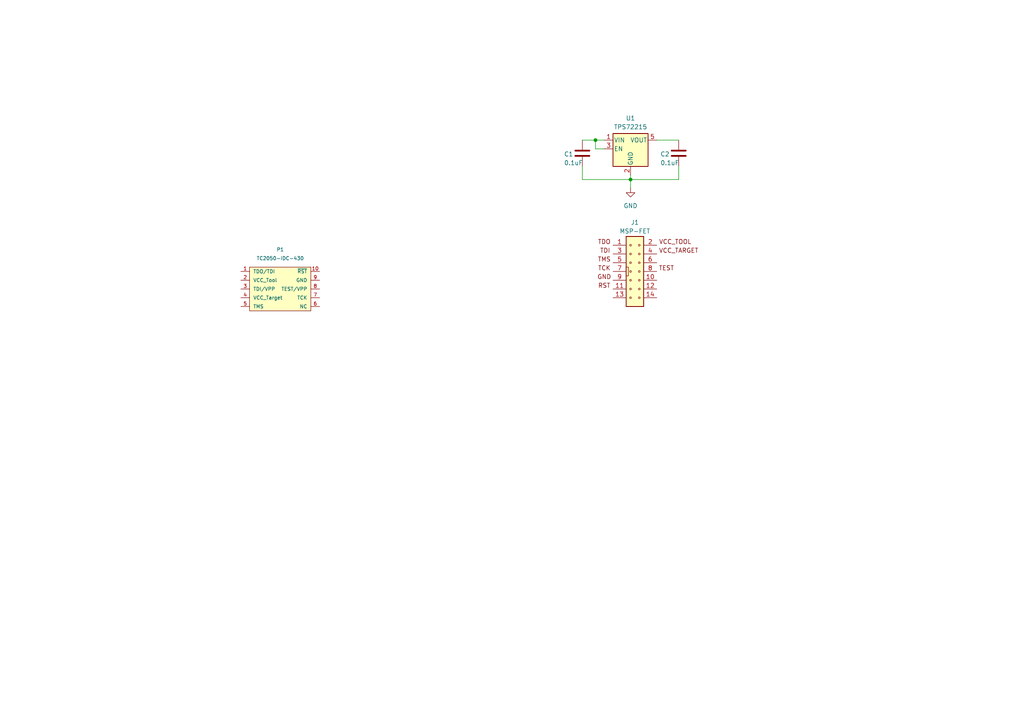
<source format=kicad_sch>
(kicad_sch (version 20231120) (generator "eeschema") (generator_version "8.0")
  (paper "A4")
  (lib_symbols
    (symbol "Connector_Generic:MSP-FET" (pin_names (offset 1.016) hide)
      (property "Reference" "J" (at 1.27 11.684 0))
      (property "Value" "MSP-FET" (at 1.27 -11.938 0))
      (symbol "MSP-FET_0_1"
        (circle (center 0 -7.62) (radius 0.254))
        (circle (center 0 -5.08) (radius 0.254))
        (circle (center 0 -2.54) (radius 0.254))
        (circle (center 0 0) (radius 0.254))
        (circle (center 0 2.54) (radius 0.254))
        (circle (center 0 5.08) (radius 0.254))
        (circle (center 0 7.62) (radius 0.254))
        (circle (center 2.54 -7.62) (radius 0.254))
        (circle (center 2.54 -5.08) (radius 0.254))
        (circle (center 2.54 -2.54) (radius 0.254))
        (circle (center 2.54 0) (radius 0.254))
        (circle (center 2.54 2.54) (radius 0.254))
        (circle (center 2.54 5.08) (radius 0.254))
        (circle (center 2.54 7.62) (radius 0.254))
      )
      (symbol "MSP-FET_1_1"
        (rectangle (start -1.27 1.27) (end -0.635 -1.27))
        (rectangle (start -1.27 10.16) (end 3.81 -10.16) (stroke (width 0.254)) (fill (type background)))
        (text "GND" (at -7.62 -1.524 0) (effects (font (size 1.27 1.27))))
        (text "RST" (at -7.62 -4.064 0) (effects (font (size 1.27 1.27))))
        (text "TCK" (at -7.62 1.016 0) (effects (font (size 1.27 1.27))))
        (text "TDI" (at -7.366 6.096 0) (effects (font (size 1.27 1.27))))
        (text "TDO" (at -7.62 8.636 0) (effects (font (size 1.27 1.27))))
        (text "TEST" (at 10.414 1.016 0) (effects (font (size 1.27 1.27))))
        (text "TMS" (at -7.62 3.556 0) (effects (font (size 1.27 1.27))))
        (text "VCC_TARGET" (at 13.97 6.096 0) (effects (font (size 1.27 1.27))))
        (text "VCC_TOOL" (at 12.954 8.636 0) (effects (font (size 1.27 1.27))))
        (pin passive line (at -5.08 7.62 0) (length 3.81) (name "TDO") (number "1"))
        (pin passive line (at 7.62 -2.54 180) (length 3.81) (name "Pin_10") (number "10"))
        (pin passive line (at -5.08 -5.08 0) (length 3.81) (name "RST") (number "11"))
        (pin passive line (at 7.62 -5.08 180) (length 3.81) (name "Pin_12") (number "12"))
        (pin passive line (at -5.08 -7.62 0) (length 3.81) (name "Pin_13") (number "13"))
        (pin passive line (at 7.62 -7.62 180) (length 3.81) (name "Pin_14") (number "14"))
        (pin passive line (at 7.62 7.62 180) (length 3.81) (name "VCC_TOOL") (number "2"))
        (pin passive line (at -5.08 5.08 0) (length 3.81) (name "TDI") (number "3"))
        (pin passive line (at 7.62 5.08 180) (length 3.81) (name "VCC_TARGET") (number "4"))
        (pin passive line (at -5.08 2.54 0) (length 3.81) (name "TMS") (number "5"))
        (pin passive line (at 7.62 2.54 180) (length 3.81) (name "Pin_6") (number "6"))
        (pin passive line (at -5.08 0 0) (length 3.81) (name "TCK") (number "7"))
        (pin passive line (at 7.62 0 180) (length 3.81) (name "TEST") (number "8"))
        (pin passive line (at -5.08 -2.54 0) (length 3.81) (name "GND") (number "9"))
      )
    )
    (symbol "Device:C" (pin_numbers hide) (pin_names (offset 0.254))
      (property "Reference" "C" (at 0.635 2.54 0))
      (property "Value" "C" (at 0.635 -2.54 0))
      (symbol "C_0_1"
        (polyline (pts (xy -2.032 -0.762) (xy 2.032 -0.762)) (stroke (width 0.508)))
        (polyline (pts (xy -2.032 0.762) (xy 2.032 0.762)) (stroke (width 0.508)))
      )
      (symbol "C_1_1"
        (pin passive line (at 0 3.81 270) (length 2.794) (name "~") (number "1"))
        (pin passive line (at 0 -3.81 90) (length 2.794) (name "~") (number "2"))
      )
    )
    (symbol "Regulator_Linear:TPS72215" (pin_names (offset 0.254))
      (property "Reference" "U" (at -3.81 5.715 0))
      (property "Value" "TPS72215" (at 0 5.715 0))
      (symbol "TPS72215_0_1"
        (rectangle (start -5.08 4.445) (end 5.08 -5.08) (stroke (width 0.254)) (fill (type background)))
      )
      (symbol "TPS72215_1_1"
        (pin power_in line (at -7.62 2.54 0) (length 2.54) (name "VIN") (number "1"))
        (pin power_in line (at 0 -7.62 90) (length 2.54) (name "GND") (number "2"))
        (pin input line (at -7.62 0 0) (length 2.54) (name "EN") (number "3"))
        (pin no_connect line (at 2.54 0 180) (length 2.54) hide (name "NC") (number "4"))
        (pin power_out line (at 7.62 2.54 180) (length 2.54) (name "VOUT") (number "5"))
      )
    )
    (symbol "Tag-Connect:TC2050-IDC-430" (pin_names (offset 1.016))
      (property "Reference" "P" (at -1.27 -7.62 0))
      (property "Value" "TC2050-IDC-430" (at 0 7.62 0))
      (symbol "TC2050-IDC-430_0_1"
        (rectangle (start 8.89 6.35) (end -8.89 -6.35) (fill (type background)))
      )
      (symbol "TC2050-IDC-430_1_1"
        (pin passive line (at -11.43 5.08 0) (length 2.54) (name "TDO/TDI") (number "1"))
        (pin passive line (at 11.43 5.08 180) (length 2.54) (name "~{RST}") (number "10"))
        (pin passive line (at -11.43 2.54 0) (length 2.54) (name "VCC_Tool") (number "2"))
        (pin passive line (at -11.43 0 0) (length 2.54) (name "TDI/VPP") (number "3"))
        (pin passive line (at -11.43 -2.54 0) (length 2.54) (name "VCC_Target") (number "4"))
        (pin passive line (at -11.43 -5.08 0) (length 2.54) (name "TMS") (number "5"))
        (pin passive line (at 11.43 -5.08 180) (length 2.54) (name "NC") (number "6"))
        (pin passive line (at 11.43 -2.54 180) (length 2.54) (name "TCK") (number "7"))
        (pin passive line (at 11.43 0 180) (length 2.54) (name "TEST/VPP") (number "8"))
        (pin passive line (at 11.43 2.54 180) (length 2.54) (name "GND") (number "9"))
      )
    )
    (symbol "power:GND" (power) (pin_numbers hide) (pin_names (offset 0) hide)
      (property "Value" "GND" (at 0 -3.81 0))
      (symbol "GND_0_1"
        (polyline (pts (xy 0 0) (xy 0 -1.27) (xy 1.27 -1.27) (xy 0 -2.54) (xy -1.27 -1.27) (xy 0 -1.27)))
      )
      (symbol "GND_1_1"
        (pin power_in line (at 0 0 270) (length 0) (name "~") (number "1"))
      )
    )
  )
  (junction (at 172.72 40.64))
  (junction (at 182.88 52.07))
  (wire (pts (xy 168.91 40.64) (xy 172.72 40.64)))
  (wire (pts (xy 182.88 52.07) (xy 182.88 54.61)))
  (wire (pts (xy 172.72 43.18) (xy 172.72 40.64)))
  (wire (pts (xy 168.91 48.26) (xy 168.91 52.07)))
  (wire (pts (xy 190.5 40.64) (xy 196.85 40.64)))
  (wire (pts (xy 175.26 43.18) (xy 172.72 43.18)))
  (wire (pts (xy 182.88 52.07) (xy 196.85 52.07)))
  (wire (pts (xy 168.91 52.07) (xy 182.88 52.07)))
  (wire (pts (xy 172.72 40.64) (xy 175.26 40.64)))
  (wire (pts (xy 196.85 48.26) (xy 196.85 52.07)))
  (wire (pts (xy 182.88 52.07) (xy 182.88 50.8)))
  (symbol (lib_id "Device:C") (at 168.91 44.45 0) (unit 1)
    (property "Reference" "C1" (at 163.576 44.704 0) (effects (justify left)))
    (property "Value" "0.1uF" (at 163.576 47.244 0) (effects (justify left)))
    (property "Description" "Unpolarized capacitor" (effects (hide yes)))
  )
  (symbol (lib_id "Tag-Connect:TC2050-IDC-430") (at 81.28 83.82 0) (unit 1)
    (property "Reference" "P1" (at 81.28 72.39 0) (effects (font (size 1.016 1.016))))
    (property "Value" "TC2050-IDC-430" (at 81.28 74.93 0) (effects (font (size 1.016 1.016))))
  )
  (symbol (lib_id "power:GND") (at 182.88 54.61 0) (unit 1)
    (property "Reference" "#PWR01" (effects (hide yes)))
    (property "Value" "GND" (at 182.88 59.69 0))
    (property "Description" "Power symbol creates a global label with name \"GND\" , ground" (effects (hide yes)))
  )
  (symbol (lib_id "Regulator_Linear:TPS72215") (at 182.88 43.18 0) (unit 1)
    (property "Reference" "U1" (at 182.88 34.29 0))
    (property "Value" "TPS72215" (at 182.88 36.83 0))
    (property "Footprint" "Package_TO_SOT_SMD:SOT-23-5" (effects (hide yes)))
    (property "Datasheet" "http://www.ti.com/lit/ds/symlink/tps722.pdf" (effects (hide yes)))
    (property "Description" "Low input voltage 50mA LDO, 1.5V fixed output voltage, SOT-23-5" (effects (hide yes)))
  )
  (symbol (lib_id "Connector_Generic:MSP-FET") (at 182.88 78.74 0) (unit 1)
    (property "Reference" "J1" (at 184.15 64.516 0))
    (property "Value" "MSP-FET" (at 184.15 67.056 0))
    (property "Description" "Generic connector, double row, 02x07, odd/even pin numbering scheme (row 1 odd numbers, row 2 even numbers), script generated (kicad-library-utils/schlib/autogen/connector/)" (effects (hide yes)))
  )
  (symbol (lib_id "Device:C") (at 196.85 44.45 0) (unit 1)
    (property "Reference" "C2" (at 191.516 44.704 0) (effects (justify left)))
    (property "Value" "0.1uF" (at 191.516 47.244 0) (effects (justify left)))
    (property "Description" "Unpolarized capacitor" (effects (hide yes)))
  )
)
</source>
